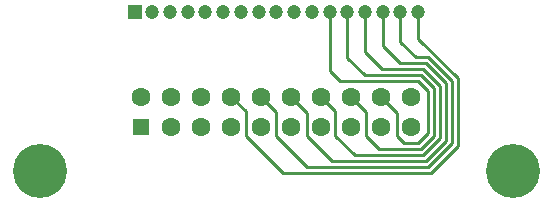
<source format=gbl>
G04 (created by PCBNEW (2013-07-07 BZR 4022)-stable) date 2015-03-08 11:58:22 PM*
%MOIN*%
G04 Gerber Fmt 3.4, Leading zero omitted, Abs format*
%FSLAX34Y34*%
G01*
G70*
G90*
G04 APERTURE LIST*
%ADD10C,0.00590551*%
%ADD11R,0.0511811X0.0511811*%
%ADD12C,0.0472441*%
%ADD13R,0.0551181X0.0551181*%
%ADD14C,0.0629921*%
%ADD15C,0.18*%
%ADD16C,0.01*%
G04 APERTURE END LIST*
G54D10*
G54D11*
X74015Y-41948D03*
G54D12*
X74606Y-41948D03*
X75196Y-41948D03*
X75787Y-41948D03*
X76377Y-41948D03*
X76968Y-41948D03*
X77559Y-41948D03*
X78149Y-41948D03*
X78740Y-41948D03*
X79330Y-41948D03*
X79921Y-41948D03*
X80511Y-41948D03*
X81102Y-41948D03*
X81692Y-41948D03*
X82283Y-41948D03*
X82874Y-41948D03*
X83464Y-41948D03*
G54D13*
X74240Y-45775D03*
G54D14*
X75240Y-45775D03*
X76240Y-45775D03*
X77240Y-45775D03*
X78240Y-45775D03*
X79240Y-45775D03*
X80240Y-45775D03*
X81240Y-45775D03*
X82240Y-45775D03*
X83240Y-45775D03*
X83240Y-44775D03*
X82240Y-44775D03*
X81240Y-44775D03*
X80240Y-44775D03*
X79240Y-44775D03*
X78240Y-44775D03*
X77240Y-44775D03*
X76240Y-44775D03*
X75240Y-44775D03*
X74240Y-44775D03*
G54D15*
X70866Y-47244D03*
X86614Y-47244D03*
G54D16*
X83464Y-41948D02*
X83464Y-42837D01*
X77716Y-45251D02*
X77716Y-46062D01*
X77716Y-45251D02*
X77240Y-44775D01*
X78952Y-47299D02*
X77716Y-46062D01*
X83878Y-47299D02*
X78952Y-47299D01*
X84779Y-46398D02*
X83878Y-47299D01*
X84779Y-44152D02*
X84779Y-46398D01*
X83464Y-42837D02*
X84779Y-44152D01*
X82874Y-41948D02*
X82874Y-42940D01*
X78740Y-45275D02*
X78740Y-46062D01*
X78740Y-45275D02*
X78240Y-44775D01*
X79776Y-47099D02*
X78740Y-46062D01*
X83795Y-47099D02*
X79776Y-47099D01*
X84579Y-46315D02*
X83795Y-47099D01*
X84579Y-44235D02*
X84579Y-46315D01*
X83795Y-43451D02*
X84579Y-44235D01*
X83385Y-43451D02*
X83795Y-43451D01*
X82874Y-42940D02*
X83385Y-43451D01*
X82283Y-43070D02*
X82864Y-43651D01*
X82864Y-43651D02*
X82913Y-43651D01*
X82283Y-41948D02*
X82283Y-43070D01*
X79763Y-45299D02*
X79763Y-46062D01*
X79763Y-45299D02*
X79240Y-44775D01*
X80600Y-46899D02*
X79763Y-46062D01*
X83713Y-46899D02*
X80600Y-46899D01*
X84379Y-46232D02*
X83713Y-46899D01*
X84379Y-44318D02*
X84379Y-46232D01*
X83713Y-43651D02*
X84379Y-44318D01*
X82913Y-43651D02*
X83713Y-43651D01*
X81692Y-41948D02*
X81692Y-43267D01*
X81692Y-43267D02*
X82277Y-43851D01*
X80708Y-45244D02*
X80708Y-46062D01*
X80708Y-45244D02*
X80240Y-44775D01*
X81344Y-46699D02*
X80708Y-46062D01*
X83630Y-46699D02*
X81344Y-46699D01*
X84179Y-46149D02*
X83630Y-46699D01*
X84179Y-44401D02*
X84179Y-46149D01*
X83630Y-43851D02*
X84179Y-44401D01*
X82277Y-43851D02*
X83630Y-43851D01*
X81102Y-41948D02*
X81102Y-43464D01*
X81102Y-43464D02*
X81689Y-44051D01*
X81732Y-45267D02*
X81732Y-46062D01*
X81732Y-45267D02*
X81240Y-44775D01*
X82168Y-46499D02*
X81732Y-46062D01*
X83547Y-46499D02*
X82168Y-46499D01*
X83979Y-46067D02*
X83547Y-46499D01*
X83979Y-44484D02*
X83979Y-46067D01*
X83547Y-44051D02*
X83979Y-44484D01*
X81689Y-44051D02*
X83547Y-44051D01*
X82755Y-46062D02*
X82992Y-46299D01*
X82755Y-45291D02*
X82755Y-46062D01*
X82240Y-44775D02*
X82755Y-45291D01*
X80511Y-43897D02*
X80511Y-41948D01*
X80866Y-44251D02*
X80511Y-43897D01*
X83464Y-44251D02*
X80866Y-44251D01*
X83779Y-44566D02*
X83464Y-44251D01*
X83779Y-45984D02*
X83779Y-44566D01*
X83464Y-46299D02*
X83779Y-45984D01*
X82992Y-46299D02*
X83464Y-46299D01*
M02*

</source>
